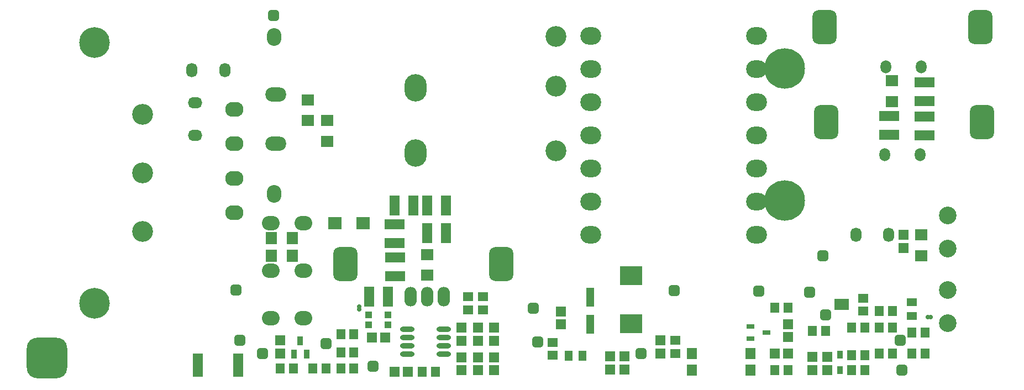
<source format=gbs>
G04*
G04 #@! TF.GenerationSoftware,Altium Limited,Altium Designer,22.0.2 (36)*
G04*
G04 Layer_Color=16711935*
%FSLAX25Y25*%
%MOIN*%
G70*
G04*
G04 #@! TF.SameCoordinates,859FC916-3FFD-46C2-8808-FF4F4C249E12*
G04*
G04*
G04 #@! TF.FilePolarity,Negative*
G04*
G01*
G75*
%ADD14O,0.06706X0.08674*%
G04:AMPARAMS|DCode=15|XSize=67.06mil|YSize=67.06mil|CornerRadius=18.76mil|HoleSize=0mil|Usage=FLASHONLY|Rotation=90.000|XOffset=0mil|YOffset=0mil|HoleType=Round|Shape=RoundedRectangle|*
%AMROUNDEDRECTD15*
21,1,0.06706,0.02953,0,0,90.0*
21,1,0.02953,0.06706,0,0,90.0*
1,1,0.03753,0.01476,0.01476*
1,1,0.03753,0.01476,-0.01476*
1,1,0.03753,-0.01476,-0.01476*
1,1,0.03753,-0.01476,0.01476*
%
%ADD15ROUNDEDRECTD15*%
G04:AMPARAMS|DCode=16|XSize=244.22mil|YSize=244.22mil|CornerRadius=63.06mil|HoleSize=0mil|Usage=FLASHONLY|Rotation=0.000|XOffset=0mil|YOffset=0mil|HoleType=Round|Shape=RoundedRectangle|*
%AMROUNDEDRECTD16*
21,1,0.24422,0.11811,0,0,0.0*
21,1,0.11811,0.24422,0,0,0.0*
1,1,0.12611,0.05906,-0.05906*
1,1,0.12611,-0.05906,-0.05906*
1,1,0.12611,-0.05906,0.05906*
1,1,0.12611,0.05906,0.05906*
%
%ADD16ROUNDEDRECTD16*%
G04:AMPARAMS|DCode=17|XSize=67.06mil|YSize=67.06mil|CornerRadius=18.76mil|HoleSize=0mil|Usage=FLASHONLY|Rotation=180.000|XOffset=0mil|YOffset=0mil|HoleType=Round|Shape=RoundedRectangle|*
%AMROUNDEDRECTD17*
21,1,0.06706,0.02953,0,0,180.0*
21,1,0.02953,0.06706,0,0,180.0*
1,1,0.03753,-0.01476,0.01476*
1,1,0.03753,0.01476,0.01476*
1,1,0.03753,0.01476,-0.01476*
1,1,0.03753,-0.01476,-0.01476*
%
%ADD17ROUNDEDRECTD17*%
%ADD18O,0.07414X0.11824*%
G04:AMPARAMS|DCode=19|XSize=145.8mil|YSize=204.85mil|CornerRadius=38.45mil|HoleSize=0mil|Usage=FLASHONLY|Rotation=0.000|XOffset=0mil|YOffset=0mil|HoleType=Round|Shape=RoundedRectangle|*
%AMROUNDEDRECTD19*
21,1,0.14580,0.12795,0,0,0.0*
21,1,0.06890,0.20485,0,0,0.0*
1,1,0.07690,0.03445,-0.06398*
1,1,0.07690,-0.03445,-0.06398*
1,1,0.07690,-0.03445,0.06398*
1,1,0.07690,0.03445,0.06398*
%
%ADD19ROUNDEDRECTD19*%
%ADD20C,0.24422*%
%ADD21C,0.12611*%
%ADD22O,0.12611X0.10642*%
%ADD23C,0.18517*%
%ADD24O,0.06469X0.07887*%
%ADD25C,0.10642*%
%ADD26O,0.13398X0.16548*%
%ADD27O,0.10642X0.08674*%
%ADD28O,0.11036X0.08989*%
%ADD29O,0.08674X0.10642*%
%ADD30O,0.12611X0.08674*%
%ADD31O,0.06706X0.08674*%
%ADD32O,0.08674X0.06706*%
%ADD87R,0.08674X0.06800*%
%ADD88R,0.05918X0.05524*%
%ADD89R,0.05259X0.06221*%
%ADD90R,0.07603X0.06647*%
%ADD91R,0.11855X0.05849*%
%ADD92R,0.06310X0.04737*%
%ADD93R,0.05918X0.06706*%
%ADD94R,0.13792X0.11430*%
%ADD95R,0.06115X0.06351*%
%ADD96R,0.06221X0.05259*%
%ADD97R,0.06351X0.06115*%
%ADD98R,0.03556X0.05721*%
%ADD99C,0.02769*%
%ADD100R,0.05849X0.11855*%
%ADD101R,0.06647X0.07603*%
%ADD102R,0.04202X0.03975*%
%ADD103R,0.04737X0.06310*%
%ADD104R,0.03753X0.04737*%
%ADD105R,0.05013X0.03162*%
%ADD106R,0.05131X0.11824*%
%ADD107O,0.08851X0.03115*%
%ADD108R,0.05849X0.14406*%
%ADD109R,0.07887X0.07493*%
D14*
X507874Y88583D02*
D03*
X527559D02*
D03*
D15*
X398219Y55027D02*
D03*
X133858Y55118D02*
D03*
X487795Y75984D02*
D03*
X449213Y54724D02*
D03*
X479921Y53937D02*
D03*
X378150Y16929D02*
D03*
X315721Y24041D02*
D03*
X534646Y24803D02*
D03*
X535630Y7087D02*
D03*
X136024Y24803D02*
D03*
X149803Y16929D02*
D03*
X216339Y9252D02*
D03*
X188189Y22835D02*
D03*
X312992Y44291D02*
D03*
X156472Y221046D02*
D03*
D16*
X19761Y14106D02*
D03*
D17*
X489370Y40157D02*
D03*
D18*
X259105Y51177D02*
D03*
X249105D02*
D03*
X239105D02*
D03*
D19*
X293950Y70827D02*
D03*
X199987D02*
D03*
X489700Y156496D02*
D03*
X583662D02*
D03*
X582803Y213843D02*
D03*
X488841D02*
D03*
D20*
X464761Y188785D02*
D03*
Y109248D02*
D03*
D21*
X326966Y139147D02*
D03*
Y178316D02*
D03*
Y208350D02*
D03*
X77362Y161417D02*
D03*
Y125984D02*
D03*
Y90551D02*
D03*
D22*
X347832Y208618D02*
D03*
Y188618D02*
D03*
Y168618D02*
D03*
Y148618D02*
D03*
Y128618D02*
D03*
Y108618D02*
D03*
Y88618D02*
D03*
X447832Y208618D02*
D03*
Y188618D02*
D03*
Y168618D02*
D03*
Y148618D02*
D03*
Y128618D02*
D03*
Y108618D02*
D03*
Y88618D02*
D03*
D23*
X48622Y204724D02*
D03*
Y47244D02*
D03*
D24*
X525785Y189957D02*
D03*
X547045D02*
D03*
X525194Y137075D02*
D03*
X546454D02*
D03*
D25*
X562992Y80394D02*
D03*
Y100394D02*
D03*
Y35118D02*
D03*
Y55118D02*
D03*
D26*
X242320Y177162D02*
D03*
Y137792D02*
D03*
D27*
X154722Y95451D02*
D03*
X174407D02*
D03*
X154722Y38365D02*
D03*
X174407D02*
D03*
X154722Y66908D02*
D03*
X174407D02*
D03*
D28*
X132874Y164370D02*
D03*
Y143504D02*
D03*
Y122638D02*
D03*
Y101772D02*
D03*
D29*
X156693Y207874D02*
D03*
Y113386D02*
D03*
D30*
X157675Y173225D02*
D03*
Y143697D02*
D03*
D31*
X127126Y187992D02*
D03*
X107126D02*
D03*
D32*
X109252Y148622D02*
D03*
Y168307D02*
D03*
D87*
X499213Y46458D02*
D03*
D88*
X512008Y42520D02*
D03*
Y50394D02*
D03*
D89*
X512992Y32677D02*
D03*
X505118D02*
D03*
X549409Y16929D02*
D03*
X541535D02*
D03*
X549410Y29724D02*
D03*
X541535D02*
D03*
X529724Y42520D02*
D03*
X521850D02*
D03*
X188186Y7853D02*
D03*
X180312D02*
D03*
X521850Y16929D02*
D03*
X529724D02*
D03*
X512992Y15945D02*
D03*
X505118D02*
D03*
X521850Y32677D02*
D03*
X529724D02*
D03*
X505118Y7087D02*
D03*
X512992D02*
D03*
X458858D02*
D03*
X466733D02*
D03*
X204919Y7853D02*
D03*
X197044D02*
D03*
X204919Y17695D02*
D03*
X197044D02*
D03*
X489370Y30709D02*
D03*
X481496D02*
D03*
X458858Y44488D02*
D03*
X466732D02*
D03*
X204919Y28522D02*
D03*
X197044D02*
D03*
X160627Y7853D02*
D03*
X168502D02*
D03*
X246257Y5884D02*
D03*
X254132D02*
D03*
D90*
X529528Y168957D02*
D03*
Y181496D02*
D03*
X188976Y157480D02*
D03*
Y144941D02*
D03*
X249213Y76713D02*
D03*
Y64173D02*
D03*
X547244Y88583D02*
D03*
Y76043D02*
D03*
X177165Y170020D02*
D03*
Y157480D02*
D03*
D91*
X527953Y160236D02*
D03*
Y148888D02*
D03*
X549213Y169291D02*
D03*
Y180640D02*
D03*
Y159971D02*
D03*
Y148622D02*
D03*
X229655Y63522D02*
D03*
Y74870D02*
D03*
X229331Y95010D02*
D03*
Y83661D02*
D03*
D92*
X541535Y39567D02*
D03*
Y47837D02*
D03*
D93*
X444092Y6869D02*
D03*
Y16869D02*
D03*
X408659Y6869D02*
D03*
Y16869D02*
D03*
D94*
X372047Y34950D02*
D03*
Y63976D02*
D03*
D95*
X368307Y7305D02*
D03*
Y15179D02*
D03*
X359449D02*
D03*
Y7305D02*
D03*
X289564Y14743D02*
D03*
Y6869D02*
D03*
X279722Y14743D02*
D03*
Y6869D02*
D03*
X536417Y80708D02*
D03*
Y88583D02*
D03*
X481496Y14961D02*
D03*
Y7087D02*
D03*
X490354Y14961D02*
D03*
Y7087D02*
D03*
X466732Y34646D02*
D03*
Y26772D02*
D03*
X160331Y16974D02*
D03*
Y24848D02*
D03*
X389961Y24803D02*
D03*
Y16929D02*
D03*
X269879Y24585D02*
D03*
Y32459D02*
D03*
X289564Y24585D02*
D03*
Y32459D02*
D03*
X279722Y24585D02*
D03*
Y32459D02*
D03*
X329724Y34449D02*
D03*
Y42323D02*
D03*
X269879Y6868D02*
D03*
Y14743D02*
D03*
D96*
X282675Y43286D02*
D03*
Y51160D02*
D03*
X324706Y15887D02*
D03*
Y23761D02*
D03*
X398819Y24803D02*
D03*
Y16929D02*
D03*
X273816Y43286D02*
D03*
Y51160D02*
D03*
D97*
X215909Y26541D02*
D03*
X223783D02*
D03*
X466732Y16929D02*
D03*
X458858D02*
D03*
X229525Y5884D02*
D03*
X237399D02*
D03*
D98*
X168895Y16711D02*
D03*
X176375D02*
D03*
X172635Y24585D02*
D03*
D99*
X551109Y39100D02*
D03*
X552684D02*
D03*
X208034Y43686D02*
D03*
Y45261D02*
D03*
D100*
X229331Y106299D02*
D03*
X240679D02*
D03*
X225640Y51177D02*
D03*
X214291D02*
D03*
X260364Y89567D02*
D03*
X249016D02*
D03*
X260364Y106299D02*
D03*
X249016D02*
D03*
D101*
X167687Y86614D02*
D03*
X155148D02*
D03*
X167687Y75787D02*
D03*
X155148D02*
D03*
D102*
X225640Y40351D02*
D03*
Y34420D02*
D03*
X213829Y40351D02*
D03*
Y34420D02*
D03*
D103*
X342916Y15748D02*
D03*
X334646D02*
D03*
D104*
X498228Y7087D02*
D03*
Y16319D02*
D03*
D105*
X444095Y25787D02*
D03*
Y33268D02*
D03*
X453819Y29528D02*
D03*
D106*
X347441Y50983D02*
D03*
Y34449D02*
D03*
D107*
X237222Y16711D02*
D03*
Y21711D02*
D03*
Y26711D02*
D03*
Y31711D02*
D03*
X259053Y16711D02*
D03*
Y21711D02*
D03*
Y26711D02*
D03*
Y31711D02*
D03*
D108*
X135037Y9821D02*
D03*
X110893D02*
D03*
D109*
X210597Y95451D02*
D03*
X193334D02*
D03*
M02*

</source>
